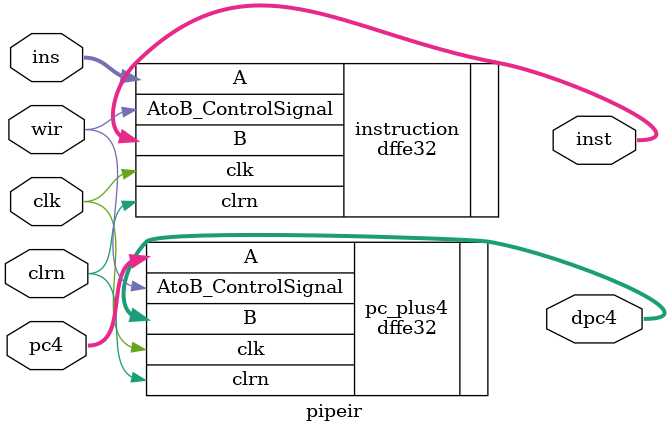
<source format=v>
/* IF到ID的寄存器数据和指令过度  现在他属于ID级的代码了*/  
module pipeir(pc4,ins,wir,clk,clrn,dpc4,inst);  //保存流水线的状态 
	input  [31:0] 	pc4,ins;			//ins 第一级清取出的指令   pc4 IF的pc值+4
	input			wir,clk,clrn;		//wir 写pc和写IR流水线存储器信号的
	output [31:0]	dpc4,inst;
	
	//以下连个函数的触发条件为是时钟跳变   在时钟信号产生是 作用 到IR寄存器   
	
	//module dffe32(A,clk,clrn,AtoB_ControlSignal,B);   //e为写信号
	dffe32 pc_plus4	(.A(pc4),.clk(clk),.clrn(clrn),.AtoB_ControlSignal(wir),.B(dpc4));		
	//将pc4的结果传入IR寄存器 以便于下一级别使用  将 pc4传入 dpc4
	
	dffe32 instruction	(.A(ins),.clk(clk),.clrn(clrn),.AtoB_ControlSignal(wir),.B(inst));	
	//ins->inst(ir)将ins传递到IR寄存器  将ins 传到 inst里面去

endmodule

</source>
